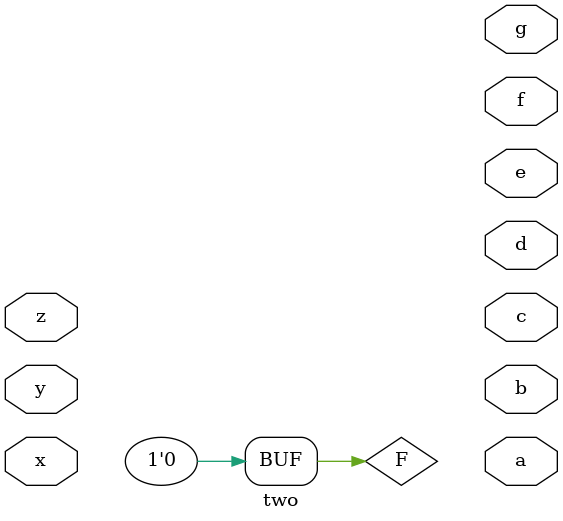
<source format=v>
module two(x,y,z,a,b,c,d,e,f,g);
  output a,b,c,d,e,f,g;
  input x,y,z;
  //reg F;
   

   not(F,1);  

    /*buf(a,1);
    not(b,1);
    not(c,1);
    buf(d,1);
    buf(e,1);
     buf(f,1);
      buf(g,1);*/
 
endmodule

</source>
